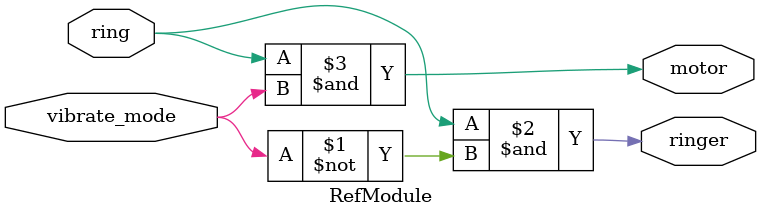
<source format=sv>

module RefModule (
  input ring,
  input vibrate_mode,
  output ringer,
  output motor
);

  assign ringer = ring & ~vibrate_mode;
  assign motor = ring & vibrate_mode;

endmodule

</source>
